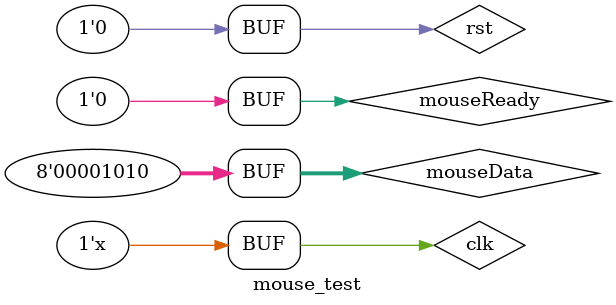
<source format=v>
`timescale 1ns / 1ps


module mouse_test(

    );

    reg clk;
    reg rst;

    always @ (*) begin
        #10;
        clk <= ~clk;
    end

    reg mouseReady;

    reg [7:0] mouseData;

    wire [9:0] mousevx;
    wire [8:0] mousevy;
    wire mousedx;
    wire mousedy;
    wire mousepush;
    wire decodeReady;
    wire [7:0] mouseX, mouseY;


    mouseDecoder MOUD(
        .clk(clk),
        .rst(rst),
        .mouseReady(mouseReady),
        .mouseData(mouseData),
        .mouseState(0),
        .moveclk(0),

        .decodeReady(decodeReady),
        .mousevx(mousevx),
        .mousevy(mousevy),
        .mousedx(mousedx),
        .mousedy(mousedy),
        .mouseX(mouseX),
        .mouseY(mouseY),
        .mousepush(mousepush)
    );

    initial begin
        clk = 0;
        rst = 1;
        mouseReady = 0;
        #20;
        rst = 0;
        #50;
        mouseData = 8'h00;
        mouseReady = 1;
        #10;
        mouseReady = 0;

        #50;
        mouseData = 8'h02;
        mouseReady = 1;
        #10;
        mouseReady = 0;

        #50;
        mouseData = 8'h03;
        mouseReady = 1;
        #10;
        mouseReady = 0;

        #50;
        mouseData = 8'h00;
        mouseReady = 1;
        #10;
        mouseReady = 0;
        #50;
        mouseData = 8'h05;
        mouseReady = 1;
        #10;
        mouseReady = 0;
        #50;
        mouseData = 8'h0a;
        mouseReady = 1;
        #10;
        mouseReady = 0;
        
    end
endmodule

</source>
